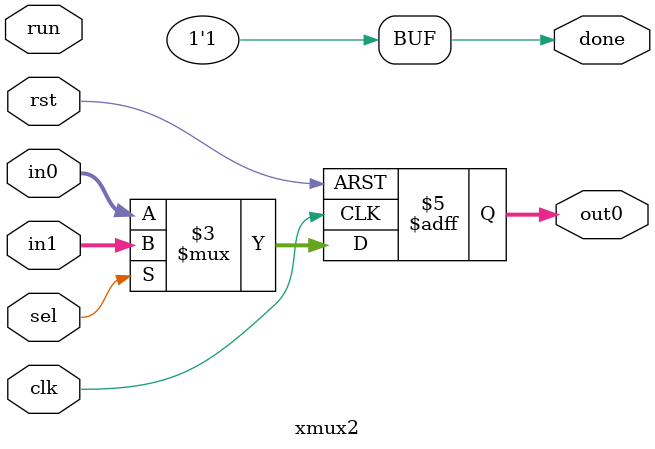
<source format=v>
`timescale 1ns / 1ps
`include "xversat.vh"

module xmux2 #(
         parameter DATA_W = 32
      )
    (
    //control
    input                         clk,
    input                         rst,
    
    input                         run,
    output                        done,

    //input / output data
    input [DATA_W-1:0]            in0,
    input [DATA_W-1:0]            in1,

    output reg [DATA_W-1:0]       out0,
    
    input                         sel
    );

assign done = 1'b1;

always @(posedge clk,posedge rst)
begin
   if(rst)
      out0 <= 0;
   else
      if(sel)
         out0 <= in1;
      else
         out0 <= in0;
end

endmodule
</source>
